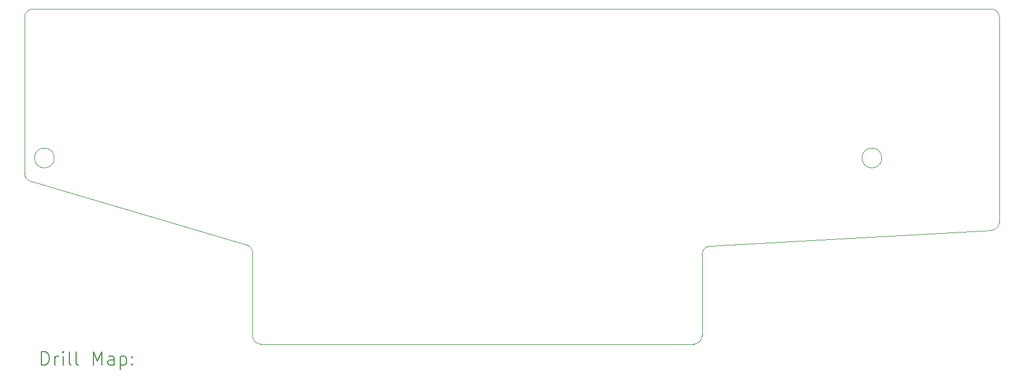
<source format=gbr>
%TF.GenerationSoftware,KiCad,Pcbnew,8.0.0*%
%TF.CreationDate,2024-03-15T12:02:43+01:00*%
%TF.ProjectId,prueba,70727565-6261-42e6-9b69-6361645f7063,v0.1*%
%TF.SameCoordinates,Original*%
%TF.FileFunction,Drillmap*%
%TF.FilePolarity,Positive*%
%FSLAX45Y45*%
G04 Gerber Fmt 4.5, Leading zero omitted, Abs format (unit mm)*
G04 Created by KiCad (PCBNEW 8.0.0) date 2024-03-15 12:02:43*
%MOMM*%
%LPD*%
G01*
G04 APERTURE LIST*
%ADD10C,0.050000*%
%ADD11C,0.200000*%
G04 APERTURE END LIST*
D10*
X7808877Y-6240165D02*
X4541123Y-5277835D01*
X7900000Y-7617000D02*
X7900000Y-6361992D01*
X14573000Y-7744000D02*
X8027000Y-7744000D01*
X14700000Y-6387034D02*
X14700000Y-7617000D01*
X19200000Y-2794000D02*
X19200000Y-5892966D01*
X19080157Y-6019764D02*
X14819843Y-6260235D01*
X4450000Y-5156008D02*
X4450000Y-2794000D01*
X4577000Y-2667000D02*
X19073000Y-2667000D01*
X7808877Y-6240165D02*
G75*
G02*
X7899998Y-6361992I-35877J-121825D01*
G01*
X8027000Y-7744000D02*
G75*
G02*
X7900000Y-7617000I0J127000D01*
G01*
X14700000Y-7617000D02*
G75*
G02*
X14573000Y-7744000I-127000J0D01*
G01*
X14700000Y-6387034D02*
G75*
G02*
X14819843Y-6260232I127000J4D01*
G01*
X19200000Y-5892966D02*
G75*
G02*
X19080157Y-6019768I-127000J-4D01*
G01*
X4541123Y-5277835D02*
G75*
G02*
X4450002Y-5156008I35877J121825D01*
G01*
X19073000Y-2667000D02*
G75*
G02*
X19200000Y-2794000I0J-127000D01*
G01*
X4450000Y-2794000D02*
G75*
G02*
X4577000Y-2667000I127000J0D01*
G01*
X4900000Y-4923800D02*
G75*
G02*
X4600000Y-4923800I-150000J0D01*
G01*
X4600000Y-4923800D02*
G75*
G02*
X4900000Y-4923800I150000J0D01*
G01*
X17422000Y-4923800D02*
G75*
G02*
X17122000Y-4923800I-150000J0D01*
G01*
X17122000Y-4923800D02*
G75*
G02*
X17422000Y-4923800I150000J0D01*
G01*
D11*
X4708277Y-8057984D02*
X4708277Y-7857984D01*
X4708277Y-7857984D02*
X4755896Y-7857984D01*
X4755896Y-7857984D02*
X4784467Y-7867508D01*
X4784467Y-7867508D02*
X4803515Y-7886555D01*
X4803515Y-7886555D02*
X4813039Y-7905603D01*
X4813039Y-7905603D02*
X4822563Y-7943698D01*
X4822563Y-7943698D02*
X4822563Y-7972269D01*
X4822563Y-7972269D02*
X4813039Y-8010365D01*
X4813039Y-8010365D02*
X4803515Y-8029412D01*
X4803515Y-8029412D02*
X4784467Y-8048460D01*
X4784467Y-8048460D02*
X4755896Y-8057984D01*
X4755896Y-8057984D02*
X4708277Y-8057984D01*
X4908277Y-8057984D02*
X4908277Y-7924650D01*
X4908277Y-7962746D02*
X4917801Y-7943698D01*
X4917801Y-7943698D02*
X4927324Y-7934174D01*
X4927324Y-7934174D02*
X4946372Y-7924650D01*
X4946372Y-7924650D02*
X4965420Y-7924650D01*
X5032086Y-8057984D02*
X5032086Y-7924650D01*
X5032086Y-7857984D02*
X5022563Y-7867508D01*
X5022563Y-7867508D02*
X5032086Y-7877031D01*
X5032086Y-7877031D02*
X5041610Y-7867508D01*
X5041610Y-7867508D02*
X5032086Y-7857984D01*
X5032086Y-7857984D02*
X5032086Y-7877031D01*
X5155896Y-8057984D02*
X5136848Y-8048460D01*
X5136848Y-8048460D02*
X5127324Y-8029412D01*
X5127324Y-8029412D02*
X5127324Y-7857984D01*
X5260658Y-8057984D02*
X5241610Y-8048460D01*
X5241610Y-8048460D02*
X5232086Y-8029412D01*
X5232086Y-8029412D02*
X5232086Y-7857984D01*
X5489229Y-8057984D02*
X5489229Y-7857984D01*
X5489229Y-7857984D02*
X5555896Y-8000841D01*
X5555896Y-8000841D02*
X5622562Y-7857984D01*
X5622562Y-7857984D02*
X5622562Y-8057984D01*
X5803515Y-8057984D02*
X5803515Y-7953222D01*
X5803515Y-7953222D02*
X5793991Y-7934174D01*
X5793991Y-7934174D02*
X5774943Y-7924650D01*
X5774943Y-7924650D02*
X5736848Y-7924650D01*
X5736848Y-7924650D02*
X5717801Y-7934174D01*
X5803515Y-8048460D02*
X5784467Y-8057984D01*
X5784467Y-8057984D02*
X5736848Y-8057984D01*
X5736848Y-8057984D02*
X5717801Y-8048460D01*
X5717801Y-8048460D02*
X5708277Y-8029412D01*
X5708277Y-8029412D02*
X5708277Y-8010365D01*
X5708277Y-8010365D02*
X5717801Y-7991317D01*
X5717801Y-7991317D02*
X5736848Y-7981793D01*
X5736848Y-7981793D02*
X5784467Y-7981793D01*
X5784467Y-7981793D02*
X5803515Y-7972269D01*
X5898753Y-7924650D02*
X5898753Y-8124650D01*
X5898753Y-7934174D02*
X5917801Y-7924650D01*
X5917801Y-7924650D02*
X5955896Y-7924650D01*
X5955896Y-7924650D02*
X5974943Y-7934174D01*
X5974943Y-7934174D02*
X5984467Y-7943698D01*
X5984467Y-7943698D02*
X5993991Y-7962746D01*
X5993991Y-7962746D02*
X5993991Y-8019888D01*
X5993991Y-8019888D02*
X5984467Y-8038936D01*
X5984467Y-8038936D02*
X5974943Y-8048460D01*
X5974943Y-8048460D02*
X5955896Y-8057984D01*
X5955896Y-8057984D02*
X5917801Y-8057984D01*
X5917801Y-8057984D02*
X5898753Y-8048460D01*
X6079705Y-8038936D02*
X6089229Y-8048460D01*
X6089229Y-8048460D02*
X6079705Y-8057984D01*
X6079705Y-8057984D02*
X6070182Y-8048460D01*
X6070182Y-8048460D02*
X6079705Y-8038936D01*
X6079705Y-8038936D02*
X6079705Y-8057984D01*
X6079705Y-7934174D02*
X6089229Y-7943698D01*
X6089229Y-7943698D02*
X6079705Y-7953222D01*
X6079705Y-7953222D02*
X6070182Y-7943698D01*
X6070182Y-7943698D02*
X6079705Y-7934174D01*
X6079705Y-7934174D02*
X6079705Y-7953222D01*
M02*

</source>
